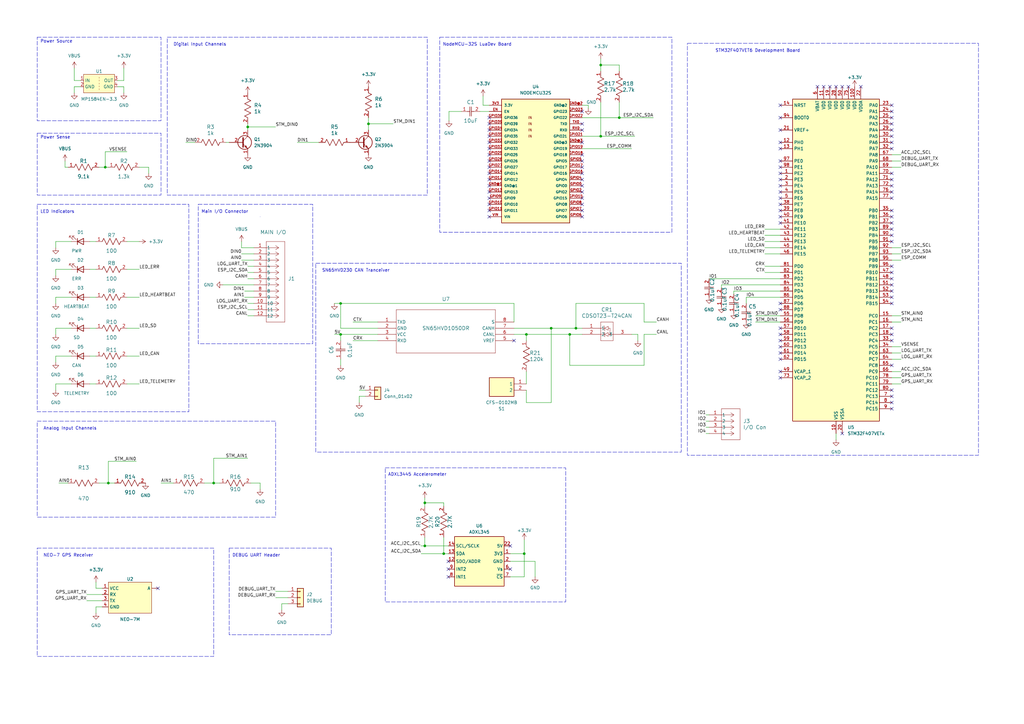
<source format=kicad_sch>
(kicad_sch (version 20231120) (generator "eeschema") (generator_version "8.0")
  (paper "A3")
  (junction (at 139.7 124.46))
  (junction (at 254 48.26))
  (junction (at 43.18 68.58))
  (junction (at 151.13 50.8))
  (junction (at 139.7 137.16))
  (junction (at 215.011 227.076))
  (junction (at 181.991 227.076))
  (junction (at 246.38 55.88))
  (junction (at 236.22 134.62))
  (junction (at 174.244 206.248))
  (junction (at 233.68 137.16))
  (junction (at 174.244 223.901))
  (junction (at 246.38 26.67))
  (junction (at 44.45 198.12))
  (junction (at 87.63 198.12))
  (junction (at 101.6 52.07))
  (junction (at 226.06 134.62))
  (junction (at 215.9 137.16))
  (no_connect (at 320.04 137.16))
  (no_connect (at 238.76 53.34))
  (no_connect (at 337.82 35.56))
  (no_connect (at 365.76 50.8))
  (no_connect (at 238.76 86.36))
  (no_connect (at 365.76 58.42))
  (no_connect (at 365.76 93.98))
  (no_connect (at 320.04 78.74))
  (no_connect (at 238.76 71.12))
  (no_connect (at 238.76 58.42))
  (no_connect (at 320.04 58.42))
  (no_connect (at 200.66 78.74))
  (no_connect (at 200.66 88.9))
  (no_connect (at 365.76 139.7))
  (no_connect (at 365.76 60.96))
  (no_connect (at 64.77 241.3))
  (no_connect (at 320.04 134.62))
  (no_connect (at 365.76 134.62))
  (no_connect (at 200.66 68.58))
  (no_connect (at 200.66 60.96))
  (no_connect (at 320.04 86.36))
  (no_connect (at 238.76 88.9))
  (no_connect (at 320.04 71.12))
  (no_connect (at 365.76 162.56))
  (no_connect (at 209.296 223.901))
  (no_connect (at 238.76 63.5))
  (no_connect (at 365.76 119.38))
  (no_connect (at 320.04 76.2))
  (no_connect (at 200.66 83.82))
  (no_connect (at 365.76 99.06))
  (no_connect (at 200.66 76.2))
  (no_connect (at 365.76 165.1))
  (no_connect (at 365.76 45.72))
  (no_connect (at 365.76 111.76))
  (no_connect (at 365.76 81.28))
  (no_connect (at 200.66 55.88))
  (no_connect (at 320.04 142.24))
  (no_connect (at 365.76 88.9))
  (no_connect (at 200.66 53.34))
  (no_connect (at 200.66 63.5))
  (no_connect (at 365.76 86.36))
  (no_connect (at 365.76 167.64))
  (no_connect (at 320.04 147.32))
  (no_connect (at 238.76 45.72))
  (no_connect (at 365.76 149.86))
  (no_connect (at 238.76 66.04))
  (no_connect (at 365.76 96.52))
  (no_connect (at 365.76 73.66))
  (no_connect (at 200.66 50.8))
  (no_connect (at 183.896 236.601))
  (no_connect (at 183.896 233.426))
  (no_connect (at 365.76 76.2))
  (no_connect (at 365.76 121.92))
  (no_connect (at 200.66 86.36))
  (no_connect (at 353.06 35.56))
  (no_connect (at 320.04 48.26))
  (no_connect (at 238.76 68.58))
  (no_connect (at 335.28 35.56))
  (no_connect (at 320.04 53.34))
  (no_connect (at 320.04 43.18))
  (no_connect (at 238.76 73.66))
  (no_connect (at 320.04 66.04))
  (no_connect (at 365.76 124.46))
  (no_connect (at 365.76 116.84))
  (no_connect (at 365.76 160.02))
  (no_connect (at 200.66 48.26))
  (no_connect (at 210.82 139.7))
  (no_connect (at 320.04 81.28))
  (no_connect (at 200.66 81.28))
  (no_connect (at 320.04 88.9))
  (no_connect (at 320.04 68.58))
  (no_connect (at 365.76 53.34))
  (no_connect (at 238.76 78.74))
  (no_connect (at 238.76 83.82))
  (no_connect (at 365.76 137.16))
  (no_connect (at 238.76 81.28))
  (no_connect (at 320.04 91.44))
  (no_connect (at 320.04 83.82))
  (no_connect (at 365.76 114.3))
  (no_connect (at 320.04 127))
  (no_connect (at 200.66 66.04))
  (no_connect (at 320.04 124.46))
  (no_connect (at 340.36 35.56))
  (no_connect (at 200.66 71.12))
  (no_connect (at 347.98 35.56))
  (no_connect (at 200.66 58.42))
  (no_connect (at 238.76 50.8))
  (no_connect (at 320.04 144.78))
  (no_connect (at 200.66 73.66))
  (no_connect (at 320.04 60.96))
  (no_connect (at 209.296 233.426))
  (no_connect (at 320.04 139.7))
  (no_connect (at 365.76 78.74))
  (no_connect (at 238.76 76.2))
  (no_connect (at 345.44 35.56))
  (no_connect (at 345.44 177.8))
  (no_connect (at 365.76 91.44))
  (no_connect (at 183.896 230.251))
  (no_connect (at 365.76 71.12))
  (no_connect (at 320.04 154.94))
  (no_connect (at 365.76 48.26))
  (no_connect (at 320.04 73.66))
  (no_connect (at 365.76 55.88))
  (no_connect (at 320.04 152.4))
  (no_connect (at 365.76 43.18))
  (no_connect (at 365.76 109.22))
  (no_connect (at 342.9 35.56))
  (wire (pts (xy 43.18 68.58) (xy 43.18 62.23)))
  (wire (pts (xy 104.14 129.54) (xy 101.6 129.54)))
  (wire (pts (xy 22.86 110.49) (xy 22.86 113.03)))
  (wire (pts (xy 254 41.91) (xy 254 48.26)))
  (wire (pts (xy 215.9 137.16) (xy 233.68 137.16)))
  (wire (pts (xy 215.9 152.4) (xy 215.9 157.48)))
  (wire (pts (xy 174.244 220.472) (xy 174.244 223.901)))
  (wire (pts (xy 241.3 43.18) (xy 241.3 44.45)))
  (wire (pts (xy 147.32 160.02) (xy 149.86 160.02)))
  (wire (pts (xy 44.45 198.12) (xy 46.99 198.12)))
  (wire (pts (xy 365.76 152.4) (xy 369.57 152.4)))
  (wire (pts (xy 36.83 110.49) (xy 39.37 110.49)))
  (wire (pts (xy 295.91 116.84) (xy 320.04 116.84)))
  (wire (pts (xy 320.04 119.38) (xy 300.99 119.38)))
  (wire (pts (xy 215.011 227.076) (xy 215.011 236.601)))
  (wire (pts (xy 101.6 52.07) (xy 113.03 52.07)))
  (wire (pts (xy 22.86 157.48) (xy 22.86 160.02)))
  (wire (pts (xy 113.03 245.11) (xy 118.11 245.11)))
  (wire (pts (xy 264.16 132.08) (xy 269.24 132.08)))
  (wire (pts (xy 306.07 121.92) (xy 320.04 121.92)))
  (wire (pts (xy 39.37 248.92) (xy 39.37 251.46)))
  (wire (pts (xy 26.67 66.04) (xy 26.67 68.58)))
  (wire (pts (xy 174.244 206.248) (xy 174.244 207.772)))
  (wire (pts (xy 52.07 99.06) (xy 57.15 99.06)))
  (wire (pts (xy 100.33 121.92) (xy 104.14 121.92)))
  (wire (pts (xy 365.76 104.14) (xy 369.57 104.14)))
  (wire (pts (xy 144.78 132.08) (xy 154.94 132.08)))
  (wire (pts (xy 215.011 221.361) (xy 215.011 227.076)))
  (wire (pts (xy 29.21 157.48) (xy 22.86 157.48)))
  (wire (pts (xy 30.48 27.94) (xy 30.48 33.02)))
  (wire (pts (xy 306.07 124.46) (xy 306.07 121.92)))
  (wire (pts (xy 151.13 50.8) (xy 151.13 53.34)))
  (wire (pts (xy 246.38 29.21) (xy 246.38 26.67)))
  (wire (pts (xy 259.08 137.16) (xy 261.62 137.16)))
  (wire (pts (xy 365.76 147.32) (xy 369.57 147.32)))
  (wire (pts (xy 29.21 134.62) (xy 22.86 134.62)))
  (wire (pts (xy 365.76 157.48) (xy 369.57 157.48)))
  (wire (pts (xy 91.44 116.84) (xy 104.14 116.84)))
  (wire (pts (xy 200.66 43.18) (xy 198.12 43.18)))
  (wire (pts (xy 313.69 109.22) (xy 320.04 109.22)))
  (wire (pts (xy 22.86 146.05) (xy 22.86 148.59)))
  (wire (pts (xy 22.86 99.06) (xy 22.86 101.6)))
  (wire (pts (xy 83.82 198.12) (xy 87.63 198.12)))
  (wire (pts (xy 29.21 146.05) (xy 22.86 146.05)))
  (wire (pts (xy 181.991 227.076) (xy 183.896 227.076)))
  (wire (pts (xy 39.37 238.76) (xy 39.37 241.3)))
  (wire (pts (xy 139.7 134.62) (xy 154.94 134.62)))
  (wire (pts (xy 48.26 35.56) (xy 50.8 35.56)))
  (wire (pts (xy 289.56 175.26) (xy 290.83 175.26)))
  (wire (pts (xy 209.296 236.601) (xy 215.011 236.601)))
  (wire (pts (xy 246.38 55.88) (xy 260.35 55.88)))
  (wire (pts (xy 52.07 110.49) (xy 57.15 110.49)))
  (wire (pts (xy 29.21 99.06) (xy 22.86 99.06)))
  (wire (pts (xy 184.15 45.72) (xy 184.15 49.53)))
  (wire (pts (xy 189.23 45.72) (xy 184.15 45.72)))
  (wire (pts (xy 236.22 124.46) (xy 264.16 124.46)))
  (wire (pts (xy 29.21 110.49) (xy 22.86 110.49)))
  (wire (pts (xy 264.16 137.16) (xy 269.24 137.16)))
  (wire (pts (xy 106.68 198.12) (xy 102.87 198.12)))
  (wire (pts (xy 137.16 124.46) (xy 139.7 124.46)))
  (wire (pts (xy 295.91 118.11) (xy 295.91 116.84)))
  (wire (pts (xy 154.94 137.16) (xy 139.7 137.16)))
  (wire (pts (xy 365.76 68.58) (xy 369.57 68.58)))
  (wire (pts (xy 233.68 149.86) (xy 264.16 149.86)))
  (wire (pts (xy 121.92 58.42) (xy 130.81 58.42)))
  (wire (pts (xy 118.11 247.65) (xy 115.57 247.65)))
  (wire (pts (xy 144.78 139.7) (xy 154.94 139.7)))
  (wire (pts (xy 210.82 132.08) (xy 210.82 124.46)))
  (wire (pts (xy 365.76 101.6) (xy 369.57 101.6)))
  (wire (pts (xy 238.76 43.18) (xy 241.3 43.18)))
  (wire (pts (xy 290.83 114.3) (xy 320.04 114.3)))
  (wire (pts (xy 181.991 206.248) (xy 174.244 206.248)))
  (wire (pts (xy 174.244 223.901) (xy 172.593 223.901)))
  (wire (pts (xy 309.88 132.08) (xy 320.04 132.08)))
  (wire (pts (xy 196.85 45.72) (xy 200.66 45.72)))
  (wire (pts (xy 365.76 106.68) (xy 369.57 106.68)))
  (wire (pts (xy 309.88 129.54) (xy 320.04 129.54)))
  (wire (pts (xy 139.7 147.32) (xy 139.7 149.86)))
  (wire (pts (xy 289.56 170.18) (xy 290.83 170.18)))
  (wire (pts (xy 198.12 39.37) (xy 198.12 43.18)))
  (wire (pts (xy 43.18 62.23) (xy 52.07 62.23)))
  (wire (pts (xy 365.76 63.5) (xy 369.57 63.5)))
  (wire (pts (xy 44.45 189.23) (xy 44.45 198.12)))
  (wire (pts (xy 365.76 132.08) (xy 369.57 132.08)))
  (wire (pts (xy 50.8 35.56) (xy 50.8 38.1)))
  (wire (pts (xy 215.9 165.1) (xy 226.06 165.1)))
  (wire (pts (xy 183.896 223.901) (xy 174.244 223.901)))
  (wire (pts (xy 238.76 48.26) (xy 254 48.26)))
  (wire (pts (xy 210.82 124.46) (xy 139.7 124.46)))
  (wire (pts (xy 57.15 68.58) (xy 60.96 68.58)))
  (wire (pts (xy 41.91 248.92) (xy 39.37 248.92)))
  (wire (pts (xy 181.991 220.345) (xy 181.991 227.076)))
  (wire (pts (xy 233.68 137.16) (xy 238.76 137.16)))
  (wire (pts (xy 44.45 189.23) (xy 55.88 189.23)))
  (wire (pts (xy 24.13 198.12) (xy 27.94 198.12)))
  (wire (pts (xy 254 26.67) (xy 254 29.21)))
  (wire (pts (xy 365.76 129.54) (xy 369.57 129.54)))
  (wire (pts (xy 151.13 50.8) (xy 161.29 50.8)))
  (wire (pts (xy 342.9 180.34) (xy 342.9 177.8)))
  (wire (pts (xy 238.76 60.96) (xy 259.08 60.96)))
  (wire (pts (xy 174.244 204.216) (xy 174.244 206.248)))
  (wire (pts (xy 209.296 230.251) (xy 219.456 230.251)))
  (wire (pts (xy 30.48 35.56) (xy 30.48 38.1)))
  (wire (pts (xy 236.22 134.62) (xy 238.76 134.62)))
  (wire (pts (xy 101.6 52.07) (xy 101.6 53.34)))
  (wire (pts (xy 365.76 142.24) (xy 369.57 142.24)))
  (wire (pts (xy 289.56 177.8) (xy 290.83 177.8)))
  (wire (pts (xy 246.38 41.91) (xy 246.38 55.88)))
  (wire (pts (xy 246.38 26.67) (xy 254 26.67)))
  (wire (pts (xy 41.91 241.3) (xy 39.37 241.3)))
  (wire (pts (xy 209.296 227.076) (xy 215.011 227.076)))
  (wire (pts (xy 50.8 27.94) (xy 50.8 33.02)))
  (wire (pts (xy 43.18 68.58) (xy 44.45 68.58)))
  (wire (pts (xy 101.6 114.3) (xy 104.14 114.3)))
  (wire (pts (xy 22.86 134.62) (xy 22.86 137.16)))
  (wire (pts (xy 365.76 66.04) (xy 369.57 66.04)))
  (wire (pts (xy 40.64 68.58) (xy 43.18 68.58)))
  (wire (pts (xy 36.83 157.48) (xy 39.37 157.48)))
  (wire (pts (xy 264.16 124.46) (xy 264.16 132.08)))
  (wire (pts (xy 139.7 124.46) (xy 139.7 134.62)))
  (wire (pts (xy 313.69 96.52) (xy 320.04 96.52)))
  (wire (pts (xy 87.63 198.12) (xy 90.17 198.12)))
  (wire (pts (xy 365.76 144.78) (xy 369.57 144.78)))
  (wire (pts (xy 36.83 121.92) (xy 39.37 121.92)))
  (wire (pts (xy 365.76 154.94) (xy 369.57 154.94)))
  (wire (pts (xy 261.62 137.16) (xy 261.62 139.7)))
  (wire (pts (xy 210.82 137.16) (xy 215.9 137.16)))
  (wire (pts (xy 26.67 68.58) (xy 27.94 68.58)))
  (wire (pts (xy 226.06 134.62) (xy 236.22 134.62)))
  (wire (pts (xy 137.16 137.16) (xy 139.7 137.16)))
  (wire (pts (xy 100.33 119.38) (xy 104.14 119.38)))
  (wire (pts (xy 101.6 109.22) (xy 104.14 109.22)))
  (wire (pts (xy 254 48.26) (xy 267.97 48.26)))
  (wire (pts (xy 40.64 198.12) (xy 44.45 198.12)))
  (wire (pts (xy 52.07 121.92) (xy 57.15 121.92)))
  (wire (pts (xy 313.69 99.06) (xy 320.04 99.06)))
  (wire (pts (xy 36.83 146.05) (xy 39.37 146.05)))
  (wire (pts (xy 35.56 246.38) (xy 41.91 246.38)))
  (wire (pts (xy 215.9 160.02) (xy 215.9 165.1)))
  (wire (pts (xy 238.76 55.88) (xy 246.38 55.88)))
  (wire (pts (xy 76.2 58.42) (xy 80.01 58.42)))
  (wire (pts (xy 219.456 230.251) (xy 219.456 236.601)))
  (wire (pts (xy 151.13 48.26) (xy 151.13 50.8)))
  (wire (pts (xy 60.96 68.58) (xy 60.96 71.12)))
  (wire (pts (xy 104.14 127) (xy 101.6 127)))
  (wire (pts (xy 48.26 33.02) (xy 50.8 33.02)))
  (wire (pts (xy 99.06 104.14) (xy 104.14 104.14)))
  (wire (pts (xy 52.07 146.05) (xy 57.15 146.05)))
  (wire (pts (xy 233.68 137.16) (xy 233.68 149.86)))
  (wire (pts (xy 289.56 172.72) (xy 290.83 172.72)))
  (wire (pts (xy 106.68 200.66) (xy 106.68 198.12)))
  (wire (pts (xy 52.07 134.62) (xy 57.15 134.62)))
  (wire (pts (xy 36.83 134.62) (xy 39.37 134.62)))
  (wire (pts (xy 30.48 33.02) (xy 33.02 33.02)))
  (wire (pts (xy 99.06 106.68) (xy 104.14 106.68)))
  (wire (pts (xy 210.82 134.62) (xy 226.06 134.62)))
  (wire (pts (xy 172.72 227.076) (xy 181.991 227.076)))
  (wire (pts (xy 264.16 149.86) (xy 264.16 137.16)))
  (wire (pts (xy 113.03 242.57) (xy 118.11 242.57)))
  (wire (pts (xy 236.22 134.62) (xy 236.22 124.46)))
  (wire (pts (xy 52.07 157.48) (xy 57.15 157.48)))
  (wire (pts (xy 147.32 162.56) (xy 147.32 165.1)))
  (wire (pts (xy 99.06 101.6) (xy 104.14 101.6)))
  (wire (pts (xy 92.71 58.42) (xy 93.98 58.42)))
  (wire (pts (xy 22.86 121.92) (xy 22.86 124.46)))
  (wire (pts (xy 104.14 124.46) (xy 101.6 124.46)))
  (wire (pts (xy 181.991 207.645) (xy 181.991 206.248)))
  (wire (pts (xy 313.69 93.98) (xy 320.04 93.98)))
  (wire (pts (xy 313.69 111.76) (xy 320.04 111.76)))
  (wire (pts (xy 36.83 99.06) (xy 39.37 99.06)))
  (wire (pts (xy 35.56 243.84) (xy 41.91 243.84)))
  (wire (pts (xy 87.63 187.96) (xy 101.6 187.96)))
  (wire (pts (xy 149.86 162.56) (xy 147.32 162.56)))
  (wire (pts (xy 215.9 137.16) (xy 215.9 139.7)))
  (wire (pts (xy 101.6 111.76) (xy 104.14 111.76)))
  (wire (pts (xy 115.57 247.65) (xy 115.57 250.19)))
  (wire (pts (xy 313.69 104.14) (xy 320.04 104.14)))
  (wire (pts (xy 101.6 50.8) (xy 101.6 52.07)))
  (wire (pts (xy 33.02 35.56) (xy 30.48 35.56)))
  (wire (pts (xy 99.06 99.06) (xy 99.06 101.6)))
  (wire (pts (xy 313.69 101.6) (xy 320.04 101.6)))
  (wire (pts (xy 29.21 121.92) (xy 22.86 121.92)))
  (wire (pts (xy 139.7 137.16) (xy 139.7 139.7)))
  (wire (pts (xy 66.04 198.12) (xy 71.12 198.12)))
  (wire (pts (xy 246.38 24.13) (xy 246.38 26.67)))
  (wire (pts (xy 87.63 198.12) (xy 87.63 187.96)))
  (wire (pts (xy 226.06 165.1) (xy 226.06 134.62)))
  (wire (pts (xy 300.99 119.38) (xy 300.99 120.65)))
  (rectangle (start 15.24 172.72) (end 113.03 212.09) (stroke (width 0) (type dash)))
  (rectangle (start 129.54 107.95) (end 279.4 185.42) (stroke (width 0) (type dash)))
  (rectangle (start 15.24 54.61) (end 66.04 80.01) (stroke (width 0) (type dash)))
  (rectangle (start 106.68 88.9) (end 106.68 88.9))
  (rectangle (start 157.988 191.897) (end 232.029 246.888) (stroke (width 0) (type dash)))
  (rectangle (start 68.58 15.24) (end 175.26 80.01) (stroke (width 0) (type dash)))
  (rectangle (start 93.98 224.79) (end 135.89 260.35) (stroke (width 0) (type dash)))
  (rectangle (start 281.94 17.78) (end 401.32 186.69) (stroke (width 0) (type dash)))
  (rectangle (start 180.34 15.24) (end 275.59 95.25) (stroke (width 0) (type dash)))
  (rectangle (start 15.24 83.82) (end 77.47 168.91) (stroke (width 0) (type dash)))
  (rectangle (start 15.24 15.24) (end 66.04 49.53) (stroke (width 0) (type dash)))
  (rectangle (start 81.28 83.82) (end 128.27 140.97) (stroke (width 0) (type dash)))
  (rectangle (start 15.24 224.79) (end 87.63 269.24) (stroke (width 0) (type dash)))
  (text "Analog Input Channels" (at 17.78 176.53 0) (effects (font (size 1.27 1.27)) (justify left bottom)))
  (text "NodeMCU-32S LuaDev Board" (at 181.61 19.05 0) (effects (font (size 1.27 1.27)) (justify left bottom)))
  (text "Main I/O Connector\n" (at 82.55 87.63 0) (effects (font (size 1.27 1.27)) (justify left bottom)))
  (text "ADXL3445 Accelerometer\n" (at 159.131 195.453 0) (effects (font (size 1.27 1.27)) (justify left bottom)))
  (text "Power Source" (at 16.51 17.78 0) (effects (font (size 1.27 1.27)) (justify left bottom)))
  (text "NEO-7 GPS Receiver" (at 17.78 228.6 0) (effects (font (size 1.27 1.27)) (justify left bottom)))
  (text "Digital Input Channels" (at 71.12 19.05 0) (effects (font (size 1.27 1.27)) (justify left bottom)))
  (text "LED Indicators" (at 16.51 87.63 0) (effects (font (size 1.27 1.27)) (justify left bottom)))
  (text "STM32F407VET6 Development Board" (at 293.37 21.59 0) (effects (font (size 1.27 1.27)) (justify left bottom)))
  (text "Power Sense" (at 16.51 57.15 0) (effects (font (size 1.27 1.27)) (justify left bottom)))
  (text "DEBUG UART Header" (at 95.25 228.6 0) (effects (font (size 1.27 1.27)) (justify left bottom)))
  (text "SN65HVD230 CAN Tranceiver" (at 132.08 111.76 0) (effects (font (size 1.27 1.27)) (justify left bottom)))
  (label "STM_DIN1" (at 309.88 132.08 0))
  (label "STM_AIN1" (at 101.6 187.96 180))
  (label "DEBUG_UART_RX" (at 113.03 245.11 180))
  (label "LED_TELEMETRY" (at 57.15 157.48 0))
  (label "DIN0" (at 99.06 104.14 180))
  (label "ESP_I2C_SDA" (at 369.57 104.14 0))
  (label "LED_SD" (at 313.69 99.06 180))
  (label "ESP_I2C_SDA" (at 267.97 48.26 180))
  (label "CANL" (at 101.6 129.54 180))
  (label "CTX" (at 144.78 132.08 0))
  (label "ESP_COMM" (at 369.57 106.68 0))
  (label "AIN1" (at 100.33 121.92 180))
  (label "VSENSE" (at 369.57 142.24 0))
  (label "DEBUG_UART_TX" (at 113.03 242.57 180))
  (label "STM_AIN0" (at 55.88 189.23 180))
  (label "LED_CAN" (at 57.15 146.05 0))
  (label "DEBUG_UART_RX" (at 369.57 68.58 0))
  (label "GPS_UART_RX" (at 369.57 157.48 0))
  (label "LOG_UART_RX" (at 101.6 124.46 180))
  (label "STM_DIN0" (at 113.03 52.07 0))
  (label "LED_TELEMETRY" (at 313.69 104.14 180))
  (label "GPS_UART_RX" (at 35.56 246.38 180))
  (label "IO3" (at 289.56 175.26 180))
  (label "AIN0" (at 99.06 106.68 180))
  (label "CANH" (at 101.6 114.3 180))
  (label "CRX" (at 313.69 109.22 180))
  (label "LED_CAN" (at 313.69 101.6 180))
  (label "DEBUG_UART_TX" (at 369.57 66.04 0))
  (label "IO2" (at 289.56 172.72 180))
  (label "IO4" (at 306.07 121.92 0))
  (label "IO2" (at 295.91 116.84 0))
  (label "IO4" (at 289.56 177.8 180))
  (label "IO3" (at 300.99 119.38 0))
  (label "ESP_I2C_SCL" (at 369.57 101.6 0))
  (label "LED_ERR" (at 57.15 110.49 0))
  (label "ACC_I2C_SDA" (at 369.57 152.4 0))
  (label "LED_ERR" (at 313.69 93.98 180))
  (label "LED_HEARTBEAT" (at 57.15 121.92 0))
  (label "IO1" (at 290.83 114.3 0))
  (label "5V" (at 137.16 137.16 0))
  (label "LED_HEARTBEAT" (at 313.69 96.52 180))
  (label "CRX" (at 144.78 139.7 0))
  (label "DIN1" (at 121.92 58.42 0))
  (label "STM_DIN0" (at 309.88 129.54 0))
  (label "ESP_COMM" (at 259.08 60.96 180))
  (label "GPS_UART_TX" (at 35.56 243.84 180))
  (label "ESP_I2C_SCL" (at 101.6 127 180))
  (label "ACC_I2C_SCL" (at 172.593 223.901 180))
  (label "AIN1" (at 66.04 198.12 0))
  (label "ESP_I2C_SCL" (at 260.35 55.88 180))
  (label "DIN0" (at 76.2 58.42 0))
  (label "STM_AIN0" (at 369.57 129.54 0))
  (label "GPS_UART_TX" (at 369.57 154.94 0))
  (label "CANL" (at 269.24 137.16 0))
  (label "VSENSE" (at 52.07 62.23 180))
  (label "DIN1" (at 100.33 119.38 180))
  (label "ACC_I2C_SDA" (at 172.72 227.076 180))
  (label "ACC_I2C_SCL" (at 369.57 63.5 0))
  (label "STM_DIN1" (at 161.29 50.8 0))
  (label "CANH" (at 269.24 132.08 0))
  (label "STM_AIN1" (at 369.57 132.08 0))
  (label "LOG_UART_TX" (at 101.6 109.22 180))
  (label "5V" (at 147.32 160.02 0))
  (label "LOG_UART_RX" (at 369.57 147.32 0))
  (label "LED_SD" (at 57.15 134.62 0))
  (label "IO1" (at 289.56 170.18 180))
  (label "AIN0" (at 24.13 198.12 0))
  (label "ESP_I2C_SDA" (at 101.6 111.76 180))
  (label "CTX" (at 313.69 111.76 180))
  (label "LOG_UART_TX" (at 369.57 144.78 0))
  (symbol (lib_id "power:GND") (at 101.6 63.5 0) (unit 1)
    (property "Reference" "#PWR020" (effects (hide yes)))
    (property "Value" "GND" (at 101.6 68.58 0))
  )
  (symbol (lib_id "RC1206FR_0710KL:RC1206FR-0710KL") (at 52.07 134.62 180) (unit 1)
    (property "Reference" "R10" (at 45.72 132.08 0) (effects (font (size 1.524 1.524))))
    (property "Value" "100" (at 45.72 138.43 0) (effects (font (size 1.524 1.524))))
    (property "Footprint" "RC1206FR_0710KL:RC1206N_YAG" (effects (hide yes)))
    (property "Datasheet" "RC1206FR-0710KL" (effects (hide yes)))
  )
  (symbol (lib_id "RC1206FR_0710KL:RC1206FR-0710KL") (at 102.87 198.12 180) (unit 1)
    (property "Reference" "R16" (at 96.52 195.58 0) (effects (font (size 1.524 1.524))))
    (property "Value" "910" (at 96.52 200.66 0) (effects (font (size 1.524 1.524))))
    (property "Footprint" "RC1206FR_0710KL:RC1206N_YAG" (effects (hide yes)))
    (property "Datasheet" "RC1206FR-0710KL" (effects (hide yes)))
  )
  (symbol (lib_id "NEO-7M:NEO-7M_MODULE") (at 53.34 237.49 0) (unit 1)
    (property "Reference" "U2" (at 53.34 237.49 0))
    (property "Value" "NEO-7M" (at 53.34 254 0))
    (property "Footprint" "footprints:GPS_MODULE" (effects (hide yes)))
  )
  (symbol (lib_id "MP1584EN:MP1584EN_MODULE") (at 40.64 27.94 0) (mirror y) (unit 1)
    (property "Reference" "U1" (at 40.64 29.21 0))
    (property "Value" "MP1584EN-3.3" (at 40.64 40.64 0))
    (property "Footprint" "footprints:MP1584EN_MODULE" (effects (hide yes)))
  )
  (symbol (lib_id "power:+3.3V") (at 57.15 99.06 270) (unit 1)
    (property "Reference" "#PWR014" (effects (hide yes)))
    (property "Value" "+3.3V" (at 60.96 99.06 90) (effects (justify left)))
  )
  (symbol (lib_id "Device:LED") (at 33.02 146.05 0) (mirror x) (unit 1)
    (property "Reference" "D5" (at 33.02 142.24 0))
    (property "Value" "CAN" (at 31.4325 149.86 0))
    (property "Footprint" "LED_THT:LED_D3.0mm" (effects (hide yes)))
  )
  (symbol (lib_id "power:GND") (at 261.62 139.7 0) (unit 1)
    (property "Reference" "#PWR040" (effects (hide yes)))
    (property "Value" "GND" (at 261.62 144.78 0))
  )
  (symbol (lib_id "B4B_XH_A:B4B-XH-A") (at 290.83 170.18 0) (unit 1)
    (property "Reference" "J3" (at 304.8 172.72 0) (effects (font (size 1.524 1.524)) (justify left)))
    (property "Value" "I/O Con" (at 304.8 175.26 0) (effects (font (size 1.524 1.524)) (justify left)))
    (property "Footprint" "CONN_B4B-XH-A_JST" (effects (hide yes)))
    (property "Datasheet" "B4B-XH-A" (effects (hide yes)))
  )
  (symbol (lib_id "RC1206FR_0710KL:RC1206FR-0710KL") (at 130.81 58.42 0) (unit 1)
    (property "Reference" "R5" (at 137.16 52.07 0) (effects (font (size 1.524 1.524))))
    (property "Value" "1k" (at 137.16 54.61 0) (effects (font (size 1.524 1.524))))
    (property "Footprint" "RC1206FR_0710KL:RC1206N_YAG" (effects (hide yes)))
    (property "Datasheet" "RC1206FR-0710KL" (effects (hide yes)))
  )
  (symbol (lib_id "power:GND") (at 91.44 116.84 270) (unit 1)
    (property "Reference" "#PWR017" (effects (hide yes)))
    (property "Value" "GND" (at 87.63 116.84 90) (effects (justify right)))
  )
  (symbol (lib_id "power:+3.3V") (at 350.52 35.56 0) (unit 1)
    (property "Reference" "#PWR036" (effects (hide yes)))
    (property "Value" "+3.3V" (at 350.52 31.75 0))
  )
  (symbol (lib_id "power:GND") (at 115.57 250.19 0) (unit 1)
    (property "Reference" "#PWR022" (effects (hide yes)))
    (property "Value" "GND" (at 115.57 255.27 0))
  )
  (symbol (lib_name "RC1206FR-0710KL_1") (lib_id "RC1206FR_0710KL:RC1206FR-0710KL") (at 40.64 198.12 180) (unit 1)
    (property "Reference" "R13" (at 34.29 191.77 0) (effects (font (size 1.524 1.524))))
    (property "Value" "470" (at 34.29 204.47 0) (effects (font (size 1.524 1.524))))
    (property "Footprint" "RC1206FR_0710KL:RC1206N_YAG" (effects (hide yes)))
    (property "Datasheet" "RC1206FR-0710KL" (effects (hide yes)))
  )
  (symbol (lib_id "RC1206FR_0710KL:RC1206FR-0710KL") (at 215.9 152.4 90) (unit 1)
    (property "Reference" "R21" (at 217.17 144.78 90) (effects (font (size 1.524 1.524)) (justify right)))
    (property "Value" "120k" (at 217.17 147.32 90) (effects (font (size 1.524 1.524)) (justify right)))
    (property "Footprint" "RC1206FR_0710KL:RC1206N_YAG" (effects (hide yes)))
    (property "Datasheet" "RC1206FR-0710KL" (effects (hide yes)))
  )
  (symbol (lib_id "Device:LED") (at 33.02 99.06 0) (mirror x) (unit 1)
    (property "Reference" "D1" (at 33.02 95.25 0))
    (property "Value" "PWR" (at 31.4325 102.87 0))
    (property "Footprint" "LED_THT:LED_D3.0mm" (effects (hide yes)))
  )
  (symbol (lib_id "power:VBUS") (at 99.06 99.06 0) (unit 1)
    (property "Reference" "#PWR018" (effects (hide yes)))
    (property "Value" "VBUS" (at 99.06 93.98 0))
  )
  (symbol (lib_id "RC1206FR_0710KL:RC1206FR-0710KL") (at 52.07 157.48 180) (unit 1)
    (property "Reference" "R12" (at 45.72 154.94 0) (effects (font (size 1.524 1.524))))
    (property "Value" "100" (at 45.72 161.29 0) (effects (font (size 1.524 1.524))))
    (property "Footprint" "RC1206FR_0710KL:RC1206N_YAG" (effects (hide yes)))
    (property "Datasheet" "RC1206FR-0710KL" (effects (hide yes)))
  )
  (symbol (lib_id "CL31B106KOHNNWE:CL31B106KOHNNWE") (at 300.99 128.27 90) (unit 1)
    (property "Reference" "C4" (at 302.26 121.92 0) (effects (font (size 1.524 1.524))))
    (property "Value" "0.1uF" (at 302.26 127 0) (effects (font (size 1.524 1.524))))
    (property "Footprint" "CAP_CL31_SAM" (effects (hide yes)))
    (property "Datasheet" "CL31B106KOHNNWE" (effects (hide yes)))
  )
  (symbol (lib_id "CL31B106KOHNNWE:CL31B106KOHNNWE") (at 189.23 45.72 0) (unit 1)
    (property "Reference" "C1" (at 193.04 41.91 0) (effects (font (size 1.524 1.524))))
    (property "Value" "10uF" (at 193.04 49.53 0) (effects (font (size 1.524 1.524))))
    (property "Footprint" "CAP_CL31_SAM" (effects (hide yes)))
    (property "Datasheet" "CL31B106KOHNNWE" (effects (hide yes)))
  )
  (symbol (lib_id "power:GND") (at 22.86 113.03 0) (unit 1)
    (property "Reference" "#PWR02" (effects (hide yes)))
    (property "Value" "GND" (at 22.86 118.11 0))
  )
  (symbol (lib_id "CFS-0102MB:CFS-0102MB") (at 215.9 157.48 0) (mirror y) (unit 1)
    (property "Reference" "S1" (at 205.74 167.64 0))
    (property "Value" "CFS-0102MB" (at 205.74 165.1 0))
    (property "Footprint" "LIB_CFS-0102MB:SOD10040X470N" (effects (hide yes)))
    (property "Datasheet" "https://www.nidec-copal-electronics.com/e/catalog/switch/cfs.pdf" (effects (hide yes)))
    (property "Height" "4.7" (effects (hide yes)))
    (property "Manufacturer_Name" "Copal Electronics" (effects (hide yes)))
    (property "Manufacturer_Part_Number" "CFS-0102MB" (effects (hide yes)))
  )
  (symbol (lib_id "power:GND") (at 219.456 236.601 0) (unit 1)
    (property "Reference" "#PWR038" (effects (hide yes)))
    (property "Value" "GND" (at 219.456 241.046 0))
  )
  (symbol (lib_id "power:+3.3V") (at 174.244 204.216 0) (unit 1)
    (property "Reference" "#PWR039" (effects (hide yes)))
    (property "Value" "+3.3V" (at 174.244 199.136 0))
  )
  (symbol (lib_id "RC1206FR_0710KL:RC1206FR-0710KL") (at 40.64 68.58 180) (unit 1)
    (property "Reference" "R1" (at 34.29 66.04 0) (effects (font (size 1.524 1.524))))
    (property "Value" "9.1k" (at 34.29 72.39 0) (effects (font (size 1.524 1.524))))
    (property "Footprint" "RC1206FR_0710KL:RC1206N_YAG" (effects (hide yes)))
    (property "Datasheet" "RC1206FR-0710KL" (effects (hide yes)))
  )
  (symbol (lib_id "power:+3.3V") (at 246.38 24.13 0) (unit 1)
    (property "Reference" "#PWR030" (effects (hide yes)))
    (property "Value" "+3.3V" (at 246.38 19.05 0))
  )
  (symbol (lib_id "RC1206FR_0710KL:RC1206FR-0710KL") (at 52.07 110.49 180) (unit 1)
    (property "Reference" "R8" (at 45.72 107.95 0) (effects (font (size 1.524 1.524))))
    (property "Value" "100" (at 45.72 114.3 0) (effects (font (size 1.524 1.524))))
    (property "Footprint" "RC1206FR_0710KL:RC1206N_YAG" (effects (hide yes)))
    (property "Datasheet" "RC1206FR-0710KL" (effects (hide yes)))
  )
  (symbol (lib_id "power:GND") (at 59.69 198.12 0) (unit 1)
    (property "Reference" "#PWR015" (effects (hide yes)))
    (property "Value" "GND" (at 59.69 203.2 0))
  )
  (symbol (lib_id "power:+3.3V") (at 198.12 39.37 0) (unit 1)
    (property "Reference" "#PWR028" (effects (hide yes)))
    (property "Value" "+3.3V" (at 198.12 34.29 0))
  )
  (symbol (lib_id "power:GND") (at 60.96 71.12 0) (unit 1)
    (property "Reference" "#PWR016" (effects (hide yes)))
    (property "Value" "GND" (at 60.96 76.2 0))
  )
  (symbol (lib_id "39301121:39301121") (at 104.14 101.6 0) (unit 1)
    (property "Reference" "J1" (at 118.11 114.3 0) (effects (font (size 1.524 1.524)) (justify left)))
    (property "Value" "MAIN I/O" (at 106.68 95.25 0) (effects (font (size 1.524 1.524)) (justify left)))
    (property "Footprint" "CON_39301121" (effects (hide yes)))
    (property "Datasheet" "39301121" (effects (hide yes)))
  )
  (symbol (lib_id "power:GND") (at 39.37 251.46 0) (unit 1)
    (property "Reference" "#PWR011" (effects (hide yes)))
    (property "Value" "GND" (at 39.37 256.54 0))
  )
  (symbol (lib_id "SN65HVD1050DR:SN65HVD1050DR") (at 154.94 132.08 0) (unit 1)
    (property "Reference" "U7" (at 182.88 122.682 0) (effects (font (size 1.524 1.524))))
    (property "Value" "SN65HVD1050DR" (at 182.88 134.62 0) (effects (font (size 1.524 1.524))))
    (property "Footprint" "SN65HVD1050DR:D8" (effects (hide yes)))
    (property "Datasheet" "SN65HVD1050DR" (effects (hide yes)))
  )
  (symbol (lib_id "RC1206FR_0710KL:RC1206FR-0710KL") (at 80.01 58.42 0) (unit 1)
    (property "Reference" "R3" (at 86.36 52.07 0) (effects (font (size 1.524 1.524))))
    (property "Value" "1k" (at 86.36 54.61 0) (effects (font (size 1.524 1.524))))
    (property "Footprint" "RC1206FR_0710KL:RC1206N_YAG" (effects (hide yes)))
    (property "Datasheet" "RC1206FR-0710KL" (effects (hide yes)))
  )
  (symbol (lib_id "RC1206FR_0710KL:RC1206FR-0710KL") (at 151.13 48.26 90) (unit 1)
    (property "Reference" "R6" (at 153.67 40.64 90) (effects (font (size 1.524 1.524)) (justify right)))
    (property "Value" "1k" (at 153.67 43.18 90) (effects (font (size 1.524 1.524)) (justify right)))
    (property "Footprint" "RC1206FR_0710KL:RC1206N_YAG" (effects (hide yes)))
    (property "Datasheet" "RC1206FR-0710KL" (effects (hide yes)))
  )
  (symbol (lib_id "power:+3.3V") (at 50.8 27.94 0) (unit 1)
    (property "Reference" "#PWR012" (effects (hide yes)))
    (property "Value" "+3.3V" (at 50.8 22.86 0))
  )
  (symbol (lib_id "CL31B106KOHNNWE:CL31B106KOHNNWE") (at 306.07 132.08 90) (unit 1)
    (property "Reference" "C5" (at 308.61 125.73 90) (effects (font (size 1.524 1.524))))
    (property "Value" "0.1uF" (at 307.34 130.81 0) (effects (font (size 1.524 1.524))))
    (property "Footprint" "CAP_CL31_SAM" (effects (hide yes)))
    (property "Datasheet" "CL31B106KOHNNWE" (effects (hide yes)))
  )
  (symbol (lib_id "Device:LED") (at 33.02 110.49 0) (mirror x) (unit 1)
    (property "Reference" "D2" (at 33.02 106.68 0))
    (property "Value" "ERR" (at 31.4325 114.3 0))
    (property "Footprint" "LED_THT:LED_D3.0mm" (effects (hide yes)))
  )
  (symbol (lib_id "power:GND") (at 106.68 200.66 0) (unit 1)
    (property "Reference" "#PWR021" (effects (hide yes)))
    (property "Value" "GND" (at 106.68 205.74 0))
  )
  (symbol (lib_id "CL31B106KOHNNWE:CL31B106KOHNNWE") (at 139.7 147.32 90) (unit 1)
    (property "Reference" "C6" (at 135.89 143.51 0) (effects (font (size 1.524 1.524))))
    (property "Value" "0.1uF" (at 143.51 143.51 0) (effects (font (size 1.524 1.524))))
    (property "Footprint" "CAP_CL31_SAM" (effects (hide yes)))
    (property "Datasheet" "CL31B106KOHNNWE" (effects (hide yes)))
  )
  (symbol (lib_id "power:VBUS") (at 30.48 27.94 0) (unit 1)
    (property "Reference" "#PWR08" (effects (hide yes)))
    (property "Value" "VBUS" (at 30.48 22.86 0))
  )
  (symbol (lib_id "RC1206FR_0710KL:RC1206FR-0710KL") (at 52.07 99.06 180) (unit 1)
    (property "Reference" "R7" (at 45.72 96.52 0) (effects (font (size 1.524 1.524))))
    (property "Value" "100" (at 45.72 102.87 0) (effects (font (size 1.524 1.524))))
    (property "Footprint" "RC1206FR_0710KL:RC1206N_YAG" (effects (hide yes)))
    (property "Datasheet" "RC1206FR-0710KL" (effects (hide yes)))
  )
  (symbol (lib_id "MCU_ST_STM32F4:STM32F407VETx") (at 342.9 106.68 0) (unit 1)
    (property "Reference" "U5" (at 347.6341 175.26 0) (effects (justify left)))
    (property "Value" "STM32F407VETx" (at 347.6341 177.8 0) (effects (justify left)))
    (property "Footprint" "footprints:STM32F407_HOLDER" (effects (hide yes)))
    (property "Datasheet" "https://www.st.com/resource/en/datasheet/stm32f407ve.pdf" (effects (hide yes)))
  )
  (symbol (lib_id "power:+3.3V") (at 151.13 35.56 0) (unit 1)
    (property "Reference" "#PWR023" (effects (hide yes)))
    (property "Value" "+3.3V" (at 151.13 30.48 0))
  )
  (symbol (lib_id "power:+3.3V") (at 39.37 238.76 0) (unit 1)
    (property "Reference" "#PWR010" (effects (hide yes)))
    (property "Value" "+3.3V" (at 39.37 233.68 0))
  )
  (symbol (lib_id "Device:LED") (at 33.02 157.48 0) (mirror x) (unit 1)
    (property "Reference" "D6" (at 33.02 153.67 0))
    (property "Value" "TELEMETRY" (at 31.4325 161.29 0))
    (property "Footprint" "LED_THT:LED_D3.0mm" (effects (hide yes)))
  )
  (symbol (lib_id "CL31B106KOHNNWE:CL31B106KOHNNWE") (at 295.91 125.73 90) (unit 1)
    (property "Reference" "C3" (at 297.18 119.38 0) (effects (font (size 1.524 1.524))))
    (property "Value" "0.1uF" (at 297.18 124.46 0) (effects (font (size 1.524 1.524))))
    (property "Footprint" "CAP_CL31_SAM" (effects (hide yes)))
    (property "Datasheet" "CL31B106KOHNNWE" (effects (hide yes)))
  )
  (symbol (lib_id "Connector_Generic:Conn_01x02") (at 154.94 160.02 0) (unit 1)
    (property "Reference" "J4" (at 157.48 160.02 0) (effects (justify left)))
    (property "Value" "Conn_01x02" (at 157.48 162.56 0) (effects (justify left)))
    (property "Footprint" "Connector_PinHeader_2.00mm:PinHeader_1x02_P2.00mm_Vertical" (effects (hide yes)))
  )
  (symbol (lib_id "RC1206FR_0710KL:RC1206FR-0710KL") (at 59.69 198.12 180) (unit 1)
    (property "Reference" "R14" (at 53.34 195.58 0) (effects (font (size 1.524 1.524))))
    (property "Value" "910" (at 53.34 201.93 0) (effects (font (size 1.524 1.524))))
    (property "Footprint" "RC1206FR_0710KL:RC1206N_YAG" (effects (hide yes)))
    (property "Datasheet" "RC1206FR-0710KL" (effects (hide yes)))
  )
  (symbol (lib_id "power:GND") (at 22.86 148.59 0) (unit 1)
    (property "Reference" "#PWR05" (effects (hide yes)))
    (property "Value" "GND" (at 22.86 153.67 0))
  )
  (symbol (lib_id "power:GND") (at 22.86 160.02 0) (unit 1)
    (property "Reference" "#PWR06" (effects (hide yes)))
    (property "Value" "GND" (at 22.86 165.1 0))
  )
  (symbol (lib_id "power:GND") (at 241.3 44.45 0) (unit 1)
    (property "Reference" "#PWR029" (effects (hide yes)))
    (property "Value" "GND" (at 242.57 41.91 0))
  )
  (symbol (lib_id "Device:LED") (at 33.02 134.62 0) (mirror x) (unit 1)
    (property "Reference" "D4" (at 33.02 130.81 0))
    (property "Value" "SD" (at 31.4325 138.43 0))
    (property "Footprint" "LED_THT:LED_D3.0mm" (effects (hide yes)))
  )
  (symbol (lib_id "power:GND") (at 184.15 49.53 0) (unit 1)
    (property "Reference" "#PWR025" (effects (hide yes)))
    (property "Value" "GND" (at 184.15 54.61 0))
  )
  (symbol (lib_id "power:GND") (at 22.86 137.16 0) (unit 1)
    (property "Reference" "#PWR04" (effects (hide yes)))
    (property "Value" "GND" (at 22.86 142.24 0))
  )
  (symbol (lib_id "Transistor_BJT:2N3904") (at 99.06 58.42 0) (unit 1)
    (property "Reference" "Q1" (at 104.14 57.15 0) (effects (justify left)))
    (property "Value" "2N3904" (at 104.14 59.69 0) (effects (justify left)))
    (property "Footprint" "Package_TO_SOT_THT:TO-92_Inline" (effects (hide yes)))
    (property "Datasheet" "https://www.onsemi.com/pub/Collateral/2N3903-D.PDF" (effects (hide yes)))
  )
  (symbol (lib_id "power:GND") (at 342.9 180.34 0) (unit 1)
    (property "Reference" "#PWR031" (effects (hide yes)))
    (property "Value" "GND" (at 342.9 185.42 0))
  )
  (symbol (lib_id "power:GND") (at 295.91 125.73 0) (unit 1)
    (property "Reference" "#PWR032" (effects (hide yes)))
    (property "Value" "GND" (at 295.91 130.81 0))
  )
  (symbol (lib_id "Transistor_BJT:2N3904") (at 148.59 58.42 0) (unit 1)
    (property "Reference" "Q2" (at 153.67 57.15 0) (effects (justify left)))
    (property "Value" "2N3904" (at 153.67 59.69 0) (effects (justify left)))
    (property "Footprint" "Package_TO_SOT_THT:TO-92_Inline" (effects (hide yes)))
    (property "Datasheet" "https://www.onsemi.com/pub/Collateral/2N3903-D.PDF" (effects (hide yes)))
  )
  (symbol (lib_id "RC1206FR_0710KL:RC1206FR-0710KL") (at 246.38 41.91 90) (unit 1)
    (property "Reference" "R17" (at 247.65 34.29 90) (effects (font (size 1.524 1.524)) (justify right)))
    (property "Value" "2.7k" (at 247.65 36.83 90) (effects (font (size 1.524 1.524)) (justify right)))
    (property "Footprint" "RC1206FR_0710KL:RC1206N_YAG" (effects (hide yes)))
    (property "Datasheet" "RC1206FR-0710KL" (effects (hide yes)))
  )
  (symbol (lib_id "power:GND") (at 147.32 165.1 0) (unit 1)
    (property "Reference" "#PWR041" (effects (hide yes)))
    (property "Value" "GND" (at 147.32 170.18 0))
  )
  (symbol (lib_id "RC1206FR_0710KL:RC1206FR-0710KL") (at 181.991 207.645 270) (unit 1)
    (property "Reference" "R20" (at 179.451 213.995 0) (effects (font (size 1.524 1.524))))
    (property "Value" "2.7K" (at 184.531 213.995 0) (effects (font (size 1.524 1.524))))
    (property "Footprint" "RC1206FR_0710KL:RC1206N_YAG" (effects (hide yes)))
    (property "Datasheet" "RC1206FR-0710KL" (effects (hide yes)))
  )
  (symbol (lib_id "RC1206FR_0710KL:RC1206FR-0710KL") (at 52.07 121.92 180) (unit 1)
    (property "Reference" "R9" (at 45.72 119.38 0) (effects (font (size 1.524 1.524))))
    (property "Value" "100" (at 45.72 125.73 0) (effects (font (size 1.524 1.524))))
    (property "Footprint" "RC1206FR_0710KL:RC1206N_YAG" (effects (hide yes)))
    (property "Datasheet" "RC1206FR-0710KL" (effects (hide yes)))
  )
  (symbol (lib_id "RC1206FR_0710KL:RC1206FR-0710KL") (at 174.244 207.772 270) (unit 1)
    (property "Reference" "R19" (at 171.704 214.122 0) (effects (font (size 1.524 1.524))))
    (property "Value" "2.7K" (at 176.784 214.122 0) (effects (font (size 1.524 1.524))))
    (property "Footprint" "RC1206FR_0710KL:RC1206N_YAG" (effects (hide yes)))
    (property "Datasheet" "RC1206FR-0710KL" (effects (hide yes)))
  )
  (symbol (lib_id "Device:LED") (at 33.02 121.92 0) (mirror x) (unit 1)
    (property "Reference" "D3" (at 33.02 118.11 0))
    (property "Value" "HEARTBEAT" (at 31.4325 125.73 0))
    (property "Footprint" "LED_THT:LED_D3.0mm" (effects (hide yes)))
  )
  (symbol (lib_id "power:GND") (at 290.83 121.92 0) (unit 1)
    (property "Reference" "#PWR037" (effects (hide yes)))
    (property "Value" "GND" (at 290.83 127 0))
  )
  (symbol (lib_id "RC1206FR_0710KL:RC1206FR-0710KL") (at 52.07 146.05 180) (unit 1)
    (property "Reference" "R11" (at 45.72 143.51 0) (effects (font (size 1.524 1.524))))
    (property "Value" "100" (at 45.72 149.86 0) (effects (font (size 1.524 1.524))))
    (property "Footprint" "RC1206FR_0710KL:RC1206N_YAG" (effects (hide yes)))
    (property "Datasheet" "RC1206FR-0710KL" (effects (hide yes)))
  )
  (symbol (lib_id "power:GND") (at 300.99 128.27 0) (unit 1)
    (property "Reference" "#PWR033" (effects (hide yes)))
    (property "Value" "GND" (at 300.99 133.35 0))
  )
  (symbol (lib_id "RC1206FR_0710KL:RC1206FR-0710KL") (at 254 41.91 90) (unit 1)
    (property "Reference" "R18" (at 255.27 34.29 90) (effects (font (size 1.524 1.524)) (justify right)))
    (property "Value" "2.7k" (at 255.27 36.83 90) (effects (font (size 1.524 1.524)) (justify right)))
    (property "Footprint" "RC1206FR_0710KL:RC1206N_YAG" (effects (hide yes)))
    (property "Datasheet" "RC1206FR-0710KL" (effects (hide yes)))
  )
  (symbol (lib_id "RC1206FR_0710KL:RC1206FR-0710KL") (at 83.82 198.12 180) (unit 1)
    (property "Reference" "R15" (at 77.47 195.58 0) (effects (font (size 1.524 1.524))))
    (property "Value" "470" (at 77.47 201.93 0) (effects (font (size 1.524 1.524))))
    (property "Footprint" "RC1206FR_0710KL:RC1206N_YAG" (effects (hide yes)))
    (property "Datasheet" "RC1206FR-0710KL" (effects (hide yes)))
  )
  (symbol (lib_id "RC1206FR_0710KL:RC1206FR-0710KL") (at 57.15 68.58 180) (unit 1)
    (property "Reference" "R2" (at 50.8 66.04 0) (effects (font (size 1.524 1.524))))
    (property "Value" "1.3k" (at 50.8 72.39 0) (effects (font (size 1.524 1.524))))
    (property "Footprint" "RC1206FR_0710KL:RC1206N_YAG" (effects (hide yes)))
    (property "Datasheet" "RC1206FR-0710KL" (effects (hide yes)))
  )
  (symbol (lib_id "power:VBUS") (at 26.67 66.04 0) (unit 1)
    (property "Reference" "#PWR07" (effects (hide yes)))
    (property "Value" "VBUS" (at 26.67 60.96 0))
  )
  (symbol (lib_id "power:GND") (at 306.07 132.08 0) (unit 1)
    (property "Reference" "#PWR034" (effects (hide yes)))
    (property "Value" "GND" (at 306.07 137.16 0))
  )
  (symbol (lib_id "Connector_Generic:Conn_01x03") (at 123.19 245.11 0) (unit 1)
    (property "Reference" "J2" (at 125.73 243.84 0) (effects (justify left)))
    (property "Value" "DEBUG" (at 125.73 246.38 0) (effects (justify left)))
    (property "Footprint" "Connector_PinHeader_2.00mm:PinHeader_1x03_P2.00mm_Vertical" (effects (hide yes)))
  )
  (symbol (lib_id "power:GND") (at 137.16 124.46 0) (unit 1)
    (property "Reference" "#PWR027" (effects (hide yes)))
    (property "Value" "GND" (at 137.16 129.54 0))
  )
  (symbol (lib_id "power:+3.3V") (at 101.6 38.1 0) (unit 1)
    (property "Reference" "#PWR019" (effects (hide yes)))
    (property "Value" "+3.3V" (at 101.6 33.02 0))
  )
  (symbol (lib_id "NODEMCU32S:NODEMCU32S") (at 218.44 63.5 0) (unit 1)
    (property "Reference" "U4" (at 219.71 35.56 0))
    (property "Value" "NODEMCU32S" (at 219.71 38.1 0))
    (property "Footprint" "footprints:NODEMCU32S" (effects (hide yes)))
    (property "Description" "\nWIFI MODULE V1\n" (effects (hide yes)))
    (property "MF" "AI-Thinker" (effects (hide yes)))
    (property "Package" "Package" (effects (hide yes)))
    (property "Price" "None" (effects (hide yes)))
    (property "SnapEDA_Link" "https://www.snapeda.com/parts/NODEMCU-32S/AI-Thinker/view-part/?ref=snap" (effects (hide yes)))
    (property "MP" "NODEMCU-32S" (effects (hide yes)))
    (property "Availability" "Not in stock" (effects (hide yes)))
    (property "Check_prices" "https://www.snapeda.com/parts/NODEMCU-32S/AI-Thinker/view-part/?ref=eda" (effects (hide yes)))
  )
  (symbol (lib_id "power:GND") (at 151.13 63.5 0) (unit 1)
    (property "Reference" "#PWR024" (effects (hide yes)))
    (property "Value" "GND" (at 151.13 68.58 0))
  )
  (symbol (lib_id "power:GND") (at 139.7 149.86 0) (unit 1)
    (property "Reference" "#PWR026" (effects (hide yes)))
    (property "Value" "GND" (at 139.7 154.94 0))
  )
  (symbol (lib_id "RC1206FR_0710KL:RC1206FR-0710KL") (at 101.6 50.8 90) (unit 1)
    (property "Reference" "R4" (at 104.14 43.18 90) (effects (font (size 1.524 1.524)) (justify right)))
    (property "Value" "1k" (at 104.14 45.72 90) (effects (font (size 1.524 1.524)) (justify right)))
    (property "Footprint" "RC1206FR_0710KL:RC1206N_YAG" (effects (hide yes)))
    (property "Datasheet" "RC1206FR-0710KL" (effects (hide yes)))
  )
  (symbol (lib_id "power:GND") (at 22.86 124.46 0) (unit 1)
    (property "Reference" "#PWR03" (effects (hide yes)))
    (property "Value" "GND" (at 22.86 129.54 0))
  )
  (symbol (lib_id "ADXL345:ADXL345_MODULE") (at 197.231 214.376 0) (unit 1)
    (property "Reference" "U6" (at 196.596 215.646 0))
    (property "Value" "ADXL345" (at 196.596 218.186 0))
    (property "Footprint" "footprints:ADXL345_MODULE" (effects (hide yes)))
  )
  (symbol (lib_id "power:GND") (at 22.86 101.6 0) (unit 1)
    (property "Reference" "#PWR01" (effects (hide yes)))
    (property "Value" "GND" (at 22.86 106.68 0))
  )
  (symbol (lib_id "ESDA6V1LY:ESDA6V1LY") (at 238.76 134.62 0) (unit 1)
    (property "Reference" "CR1" (at 248.92 127 0) (effects (font (size 1.524 1.524))))
    (property "Value" "CDSOT23-T24CAN" (at 248.92 129.54 0) (effects (font (size 1.524 1.524))))
    (property "Footprint" "ESDA6V1LY:SOT23-3L_STM" (effects (hide yes)))
    (property "Datasheet" "ESDA6V1LY" (effects (hide yes)))
  )
  (symbol (lib_id "power:GND") (at 30.48 38.1 0) (unit 1)
    (property "Reference" "#PWR09" (effects (hide yes)))
    (property "Value" "GND" (at 30.48 43.18 0))
  )
  (symbol (lib_id "power:+3.3V") (at 215.011 221.361 0) (unit 1)
    (property "Reference" "#PWR035" (effects (hide yes)))
    (property "Value" "+3.3V" (at 215.011 217.551 0))
  )
  (symbol (lib_id "power:GND") (at 50.8 38.1 0) (unit 1)
    (property "Reference" "#PWR013" (effects (hide yes)))
    (property "Value" "GND" (at 50.8 43.18 0))
  )
  (symbol (lib_id "CL31B106KOHNNWE:CL31B106KOHNNWE") (at 290.83 121.92 90) (unit 1)
    (property "Reference" "C2" (at 292.1 115.57 0) (effects (font (size 1.524 1.524))))
    (property "Value" "0.1uF" (at 292.1 120.65 0) (effects (font (size 1.524 1.524))))
    (property "Footprint" "CAP_CL31_SAM" (effects (hide yes)))
    (property "Datasheet" "CL31B106KOHNNWE" (effects (hide yes)))
  )
)
</source>
